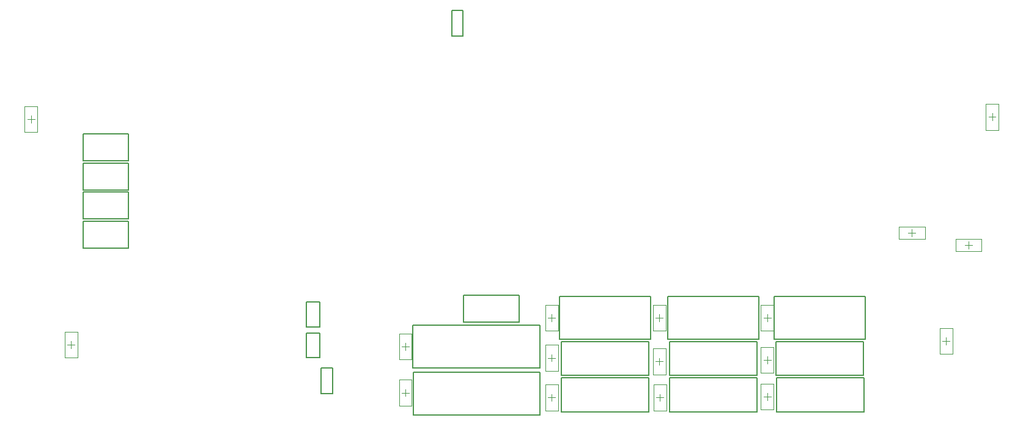
<source format=gbr>
%FSTAX23Y23*%
%MOIN*%
%SFA1B1*%

%IPPOS*%
%ADD12C,0.007874*%
%ADD119C,0.001969*%
%LNbrushed_pcb_top_courtyard-1*%
%LPD*%
G54D12*
X-00541Y-00637D02*
X00151D01*
Y-00872D02*
Y-00637D01*
X-00541Y-00872D02*
X00151D01*
X-00541D02*
Y-00637D01*
X00745Y-01109D02*
Y-00924D01*
X00269D02*
X00745D01*
X00269Y-01109D02*
Y-00924D01*
Y-01109D02*
X00745D01*
X01344Y-00713D02*
Y-00479D01*
X00848D02*
X01344D01*
X00848Y-00713D02*
Y-00479D01*
Y-00713D02*
X01344D01*
X-01123Y-00681D02*
X-01047D01*
X-01123Y-00815D02*
Y-00681D01*
Y-00815D02*
X-01047D01*
Y-00681*
X-01047Y-00646D02*
Y-00512D01*
X-01122Y-00646D02*
X-01047D01*
X-01122D02*
Y-00512D01*
X-01047*
X-0098Y-0101D02*
Y-00872D01*
X-01041Y-0101D02*
X-0098D01*
X-01041D02*
Y-00872D01*
X-0098*
X-02337Y00405D02*
X-02093D01*
Y00259D02*
Y00405D01*
X-02337Y00259D02*
X-02093D01*
X-02337D02*
Y00405D01*
Y00099D02*
Y00245D01*
Y00099D02*
X-02093D01*
Y00245*
X-02337D02*
X-02093D01*
X-02337Y-00057D02*
Y00088D01*
Y-00057D02*
X-02093D01*
Y00088*
X-02337D02*
X-02093D01*
X-02337Y-00217D02*
Y-00071D01*
Y-00217D02*
X-02093D01*
Y-00071*
X-02337D02*
X-02093D01*
X-00329Y0094D02*
Y01078D01*
X-00268*
Y0094D02*
Y01078D01*
X-00329Y0094D02*
X-00268D01*
X-00539Y-00894D02*
X00153D01*
Y-01128D02*
Y-00894D01*
X-00539Y-01128D02*
X00153D01*
X-00539D02*
Y-00894D01*
X01334Y-00912D02*
Y-00727D01*
X00858D02*
X01334D01*
X00858Y-00912D02*
Y-00727D01*
Y-00912D02*
X01334D01*
X00259Y-00713D02*
X00755D01*
X00259D02*
Y-00479D01*
X00755*
Y-00713D02*
Y-00479D01*
X01429Y-00713D02*
X01925D01*
X01429D02*
Y-00479D01*
X01925*
Y-00713D02*
Y-00479D01*
X-00265Y-00619D02*
Y-00474D01*
Y-00619D02*
X00037D01*
Y-00474*
X-00265D02*
X00037D01*
X00269Y-00912D02*
X00745D01*
X00269D02*
Y-00727D01*
X00745*
Y-00912D02*
Y-00727D01*
X00858Y-01109D02*
X01334D01*
X00858D02*
Y-00924D01*
X01334*
Y-01109D02*
Y-00924D01*
X01442Y-01109D02*
X01918D01*
X01442D02*
Y-00924D01*
X01918*
Y-01109D02*
Y-00924D01*
X01438Y-00912D02*
X01915D01*
X01438D02*
Y-00727D01*
X01915*
Y-00912D02*
Y-00727D01*
G54D119*
X02159Y-00134D02*
X02198D01*
X02179Y-00154D02*
Y-00114D01*
X02108Y-001D02*
X0225D01*
Y-00168D02*
Y-001D01*
X02108Y-00168D02*
X0225D01*
X02108D02*
Y-001D01*
X-00581Y-01025D02*
Y-00986D01*
X-00601Y-01006D02*
X-00562D01*
X-00616Y-01077D02*
Y-00935D01*
X-00547*
Y-01077D02*
Y-00935D01*
X-00616Y-01077D02*
X-00547D01*
X02417Y-00235D02*
Y-00166D01*
Y-00235D02*
X02559D01*
Y-00166*
X02417D02*
X02559D01*
X02488Y-0022D02*
Y-00181D01*
X02468Y-002D02*
X02507D01*
X02582Y00569D02*
X02651D01*
X02582Y00427D02*
Y00569D01*
Y00427D02*
X02651D01*
Y00569*
X02597Y00498D02*
X02636D01*
X02617Y00478D02*
Y00518D01*
X-02404Y-00763D02*
Y-00724D01*
X-02424Y-00744D02*
X-02385D01*
X-02439Y-00814D02*
Y-00673D01*
X-0237*
Y-00814D02*
Y-00673D01*
X-02439Y-00814D02*
X-0237D01*
X-02623Y00467D02*
Y00506D01*
X-02643Y00486D02*
X-02603D01*
X-02658Y00416D02*
Y00557D01*
X-02589*
Y00416D02*
Y00557D01*
X-02658Y00416D02*
X-02589D01*
X00802Y-00617D02*
Y-00577D01*
X00783Y-00597D02*
X00822D01*
X00837Y-00668D02*
Y-00526D01*
X00768Y-00668D02*
X00837D01*
X00768D02*
Y-00526D01*
X00837*
X00216Y-00617D02*
Y-00577D01*
X00196Y-00597D02*
X00236D01*
X0025Y-00668D02*
Y-00526D01*
X00182Y-00668D02*
X0025D01*
X00182D02*
Y-00526D01*
X0025*
X0139Y-00617D02*
Y-00578D01*
X0137Y-00597D02*
X0141D01*
X01425Y-00668D02*
Y-00526D01*
X01356Y-00668D02*
X01425D01*
X01356D02*
Y-00526D01*
X01425*
X02366Y-00744D02*
Y-00704D01*
X02346Y-00724D02*
X02385D01*
X024Y-00795D02*
Y-00653D01*
X02331Y-00795D02*
X024D01*
X02331D02*
Y-00653D01*
X024*
X00182Y-00745D02*
X0025D01*
X00182Y-00887D02*
Y-00745D01*
Y-00887D02*
X0025D01*
Y-00745*
X00196Y-00816D02*
X00236D01*
X00216Y-00835D02*
Y-00796D01*
X01356Y-00756D02*
X01425D01*
X01356Y-00898D02*
Y-00756D01*
Y-00898D02*
X01425D01*
Y-00756*
X0137Y-00827D02*
X0141D01*
X0139Y-00846D02*
Y-00807D01*
X00768Y-00765D02*
X00837D01*
X00768Y-00906D02*
Y-00765D01*
Y-00906D02*
X00837D01*
Y-00765*
X00783Y-00835D02*
X00822D01*
X00802Y-00855D02*
Y-00816D01*
X00771Y-00961D02*
X0084D01*
X00771Y-01103D02*
Y-00961D01*
Y-01103D02*
X0084D01*
Y-00961*
X00786Y-01032D02*
X00825D01*
X00805Y-01052D02*
Y-01013D01*
X01356Y-00956D02*
X01425D01*
X01356Y-01097D02*
Y-00956D01*
Y-01097D02*
X01425D01*
Y-00956*
X0137Y-01026D02*
X0141D01*
X0139Y-01046D02*
Y-01007D01*
X-00581Y-00774D02*
Y-00734D01*
X-00601Y-00754D02*
X-00562D01*
X-00616Y-00825D02*
Y-00683D01*
X-00547*
Y-00825D02*
Y-00683D01*
X-00616Y-00825D02*
X-00547D01*
X00216Y-01052D02*
Y-01013D01*
X00196Y-01032D02*
X00236D01*
X0025Y-01103D02*
Y-00961D01*
X00182Y-01103D02*
X0025D01*
X00182D02*
Y-00961D01*
X0025*
M02*
</source>
